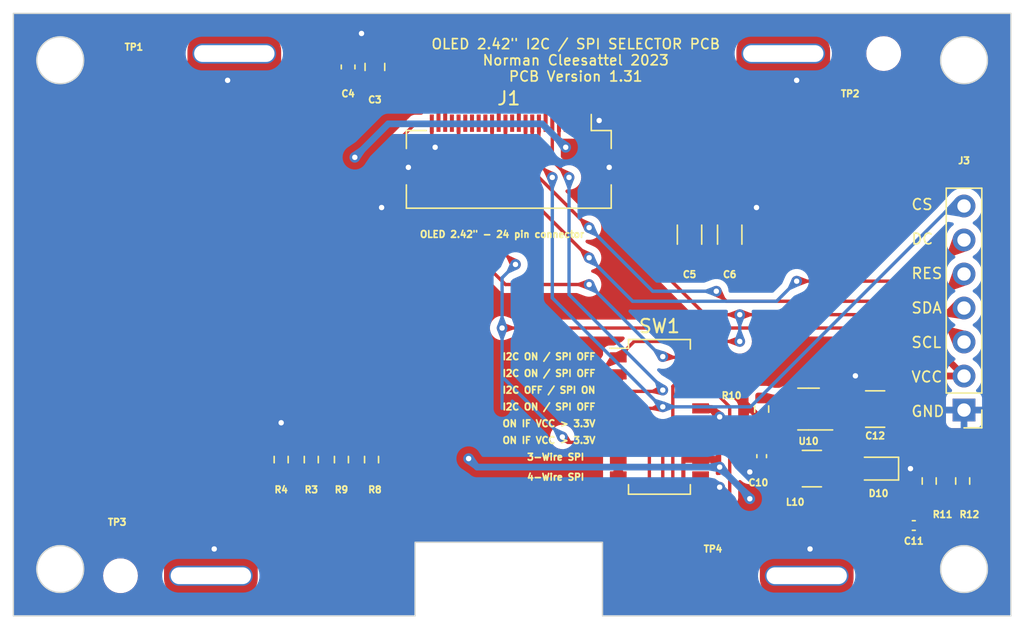
<source format=kicad_pcb>
(kicad_pcb (version 20221018) (generator pcbnew)
  (layers (0 "F.Cu" signal) (31 "B.Cu" signal) (34 "B.Paste" user) (35 "F.Paste" user) (36 "B.SilkS" user "B.Silkscreen") (37 "F.SilkS" user "F.Silkscreen") (38 "B.Mask" user) (39 "F.Mask" user) (44 "Edge.Cuts" user))
  (net 0 "")
  (net 1 "GND")
  (net 2 "Net-(U10-FB)")
  (net 3 "/RES")
  (net 4 "/SDA")
  (net 5 "/IREF")
  (net 6 "/VCOM")
  (net 7 "/VCC")
  (net 8 "/DC")
  (net 9 "/CS")
  (net 10 "/+13V")
  (net 11 "Net-(D10-A)")
  (net 13 "/BS1")
  (net 14 "/SCL")
  (net 15 "/D2")
  (net 16 "Net-(U10-EN)")
  (net 17 "/BS2")
  (net 18 "Net-(R3-Pad2)")
  (net 19 "Net-(R4-Pad1)")
  (net 20 "Net-(R8-Pad1)")
  (net 21 "Net-(R9-Pad1)")
  (footprint "Resistor_SMD:R_0603_1608Metric" (layer "F.Cu") (at 104.8875 58.55 90)
    (fp_text reference "R10" (at 1 -2.25 unlocked) (layer "F.SilkS") (effects (font (size 0.5 0.5) (thickness 0.125))))
    (fp_text value "10k")
    (fp_line (start -0.237258 -0.5225) (end 0.237258 -0.5225) (stroke (width 0.12)) (layer "F.SilkS"))
    (fp_line (start -0.237258 0.5225) (end 0.237258 0.5225) (stroke (width 0.12)) (layer "F.SilkS"))
    (pad "1" smd roundrect (at -0.825 0 90) (size 0.8 0.95) (layers "F.Cu" "F.Paste" "F.Mask") (net 7 "/VCC"))
    (pad "2" smd roundrect (at 0.825 0 90) (size 0.8 0.95) (layers "F.Cu" "F.Paste" "F.Mask") (net 16 "Net-(U10-EN)"))
  )
  (footprint "Capacitor_SMD:C_0402_1005Metric" (layer "F.Cu") (at 104.8875 62.07 -90)
    (fp_text reference "C10" (at 1.98 0.25 unlocked) (layer "F.SilkS") (effects (font (size 0.5 0.5) (thickness 0.125))))
    (fp_text value "4.7uF")
    (fp_line (start -0.107836 -0.36) (end 0.107836 -0.36) (stroke (width 0.12)) (layer "F.SilkS"))
    (fp_line (start -0.107836 0.36) (end 0.107836 0.36) (stroke (width 0.12)) (layer "F.SilkS"))
    (pad "1" smd roundrect (at -0.48 0 270) (size 0.56 0.62) (layers "F.Cu" "F.Paste" "F.Mask") (net 7 "/VCC"))
    (pad "2" smd roundrect (at 0.48 0 270) (size 0.56 0.62) (layers "F.Cu" "F.Paste" "F.Mask") (net 1 "GND"))
  )
  (footprint "OLED:OLED_slot" (layer "F.Cu") (at 106.5 32 180)
    (fp_text reference "TP2" (at -5 -3 unlocked) (layer "F.SilkS") (effects (font (size 0.5 0.5) (thickness 0.125))))
    (fp_text value "TestPoint")
    (pad "" smd roundrect (at 0 -1.016 180) (size 7 5) (layers "F.Cu" "F.Paste" "F.Mask") (net 1 "GND"))
    (pad "" np_thru_hole oval (at 0 0 180) (size 6.25 1.5) (drill oval 6 1.25) (layers "F&B.Cu" "*.Mask"))
  )
  (footprint "Capacitor_SMD:C_1206_3216Metric" (layer "F.Cu") (at 99.5 45.525 -90)
    (fp_text reference "C5" (at 2.975 0 unlocked) (layer "F.SilkS") (effects (font (size 0.5 0.5) (thickness 0.125))))
    (fp_text value "22uF")
    (fp_line (start -0.711252 -0.91) (end 0.711252 -0.91) (stroke (width 0.12)) (layer "F.SilkS"))
    (fp_line (start -0.711252 0.91) (end 0.711252 0.91) (stroke (width 0.12)) (layer "F.SilkS"))
    (pad "1" smd roundrect (at -1.475 0 270) (size 1.15 1.8) (layers "F.Cu" "F.Paste" "F.Mask") (roundrect_rratio 0.2173913043) (net 1 "GND"))
    (pad "2" smd roundrect (at 1.475 0 270) (size 1.15 1.8) (layers "F.Cu" "F.Paste" "F.Mask") (roundrect_rratio 0.2173913043) (net 6 "/VCOM"))
  )
  (footprint "Capacitor_SMD:C_0402_1005Metric" (layer "F.Cu") (at 116.25 67.25 180)
    (fp_text reference "C11" (at 0 -1.16 unlocked) (layer "F.SilkS") (effects (font (size 0.5 0.5) (thickness 0.125))))
    (fp_text value "560pF")
    (fp_line (start -0.107836 -0.36) (end 0.107836 -0.36) (stroke (width 0.12)) (layer "F.SilkS"))
    (fp_line (start -0.107836 0.36) (end 0.107836 0.36) (stroke (width 0.12)) (layer "F.SilkS"))
    (pad "1" smd roundrect (at -0.48 0 180) (size 0.56 0.62) (layers "F.Cu" "F.Paste" "F.Mask") (net 2 "Net-(U10-FB)"))
    (pad "2" smd roundrect (at 0.48 0 180) (size 0.56 0.62) (layers "F.Cu" "F.Paste" "F.Mask") (net 10 "/+13V"))
  )
  (footprint "Capacitor_SMD:C_0805_2012Metric" (layer "F.Cu") (at 76 33 90)
    (fp_text reference "C3" (at -2.45 0 unlocked) (layer "F.SilkS") (effects (font (size 0.5 0.5) (thickness 0.125))))
    (fp_text value "4.7uF")
    (fp_line (start -0.261252 -0.735) (end 0.261252 -0.735) (stroke (width 0.12)) (layer "F.SilkS"))
    (fp_line (start -0.261252 0.735) (end 0.261252 0.735) (stroke (width 0.12)) (layer "F.SilkS"))
    (pad "1" smd roundrect (at -0.95 0 90) (size 1 1.45) (layers "F.Cu" "F.Paste" "F.Mask") (net 7 "/VCC"))
    (pad "2" smd roundrect (at 0.95 0 90) (size 1 1.45) (layers "F.Cu" "F.Paste" "F.Mask") (net 1 "GND"))
  )
  (footprint "Capacitor_SMD:C_0603_1608Metric" (layer "F.Cu") (at 74 33 90)
    (fp_text reference "C4" (at -2 0 unlocked) (layer "F.SilkS") (effects (font (size 0.5 0.5) (thickness 0.125))))
    (fp_text value "0.1uF")
    (fp_line (start -0.14058 -0.51) (end 0.14058 -0.51) (stroke (width 0.12)) (layer "F.SilkS"))
    (fp_line (start -0.14058 0.51) (end 0.14058 0.51) (stroke (width 0.12)) (layer "F.SilkS"))
    (pad "1" smd roundrect (at -0.775 0 90) (size 0.9 0.95) (layers "F.Cu" "F.Paste" "F.Mask") (net 7 "/VCC"))
    (pad "2" smd roundrect (at 0.775 0 90) (size 0.9 0.95) (layers "F.Cu" "F.Paste" "F.Mask") (net 1 "GND"))
  )
  (footprint "Connector_PinHeader_2.54mm:PinHeader_1x07_P2.54mm_Vertical" (layer "F.Cu") (at 120 58.625 180)
    (fp_text reference "J3" (at 0 18.625 unlocked) (layer "F.SilkS") (effects (font (size 0.5 0.5) (thickness 0.125))))
    (fp_text value "Conn_01x07")
    (fp_line (start -1.33 -1.33) (end 0 -1.33) (stroke (width 0.12)) (layer "F.SilkS"))
    (fp_line (start -1.33 0) (end -1.33 -1.33) (stroke (width 0.12)) (layer "F.SilkS"))
    (fp_line (start -1.33 1.27) (end -1.33 16.57) (stroke (width 0.12)) (layer "F.SilkS"))
    (fp_line (start -1.33 1.27) (end 1.33 1.27) (stroke (width 0.12)) (layer "F.SilkS"))
    (fp_line (start -1.33 16.57) (end 1.33 16.57) (stroke (width 0.12)) (layer "F.SilkS"))
    (fp_line (start 1.33 1.27) (end 1.33 16.57) (stroke (width 0.12)) (layer "F.SilkS"))
    (pad "1" thru_hole rect (at 0 0 180) (size 1.7 1.7) (drill 1) (layers "*.Cu" "*.Mask") (net 1 "GND"))
    (pad "2" thru_hole oval (at 0 2.54 180) (size 1.7 1.7) (drill 1) (layers "*.Cu" "*.Mask") (net 7 "/VCC"))
    (pad "3" thru_hole oval (at 0 5.08 180) (size 1.7 1.7) (drill 1) (layers "*.Cu" "*.Mask") (net 14 "/SCL"))
    (pad "4" thru_hole oval (at 0 7.62 180) (size 1.7 1.7) (drill 1) (layers "*.Cu" "*.Mask") (net 4 "/SDA"))
    (pad "5" thru_hole oval (at 0 10.16 180) (size 1.7 1.7) (drill 1) (layers "*.Cu" "*.Mask") (net 3 "/RES"))
    (pad "6" thru_hole oval (at 0 12.7 180) (size 1.7 1.7) (drill 1) (layers "*.Cu" "*.Mask") (net 8 "/DC"))
    (pad "7" thru_hole oval (at 0 15.24 180) (size 1.7 1.7) (drill 1) (layers "*.Cu" "*.Mask") (net 9 "/CS"))
  )
  (footprint "Button_Switch_SMD:SW_DIP_SPSTx08_Slide_Omron_A6H-8101_W6.15mm_P1.27mm" (layer "F.Cu") (at 97.25 59.135)
    (fp_text reference "SW1" (at 0 -6.775) (layer "F.SilkS"))
    (fp_text value "SW_DIP_x08")
    (fp_line (start -3.7 -5.125) (end -2.309 -5.125) (stroke (width 0.12)) (layer "F.SilkS"))
    (fp_line (start -2.309 -5.775) (end -2.309 -5.125) (stroke (width 0.12)) (layer "F.SilkS"))
    (fp_line (start -2.309 -5.775) (end 2.31 -5.775) (stroke (width 0.12)) (layer "F.SilkS"))
    (fp_line (start -2.309 5.065) (end -2.309 5.775) (stroke (width 0.12)) (layer "F.SilkS"))
    (fp_line (start -2.309 5.775) (end 2.31 5.775) (stroke (width 0.12)) (layer "F.SilkS"))
    (fp_line (start 2.31 -5.775) (end 2.31 -5.065) (stroke (width 0.12)) (layer "F.SilkS"))
    (fp_line (start 2.31 5.065) (end 2.31 5.775) (stroke (width 0.12)) (layer "F.SilkS"))
    (pad "1" smd rect (at -3.075 -4.445) (size 1.25 0.76) (layers "F.Cu" "F.Paste" "F.Mask") (net 4 "/SDA"))
    (pad "2" smd rect (at -3.075 -3.175) (size 1.25 0.76) (layers "F.Cu" "F.Paste" "F.Mask") (net 13 "/BS1"))
    (pad "3" smd rect (at -3.075 -1.905) (size 1.25 0.76) (layers "F.Cu" "F.Paste" "F.Mask") (net 13 "/BS1"))
    (pad "4" smd rect (at -3.075 -0.635) (size 1.25 0.76) (layers "F.Cu" "F.Paste" "F.Mask") (net 9 "/CS"))
    (pad "5" smd rect (at -3.075 0.635) (size 1.25 0.76) (layers "F.Cu" "F.Paste" "F.Mask") (net 4 "/SDA"))
    (pad "6" smd rect (at -3.075 1.905) (size 1.25 0.76) (layers "F.Cu" "F.Paste" "F.Mask") (net 14 "/SCL"))
    (pad "7" smd rect (at -3.075 3.175) (size 1.25 0.76) (layers "F.Cu" "F.Paste" "F.Mask") (net 17 "/BS2"))
    (pad "8" smd rect (at -3.075 4.445) (size 1.25 0.76) (layers "F.Cu" "F.Paste" "F.Mask") (net 17 "/BS2"))
    (pad "9" smd rect (at 3.075 4.445) (size 1.25 0.76) (layers "F.Cu" "F.Paste" "F.Mask") (net 1 "GND"))
    (pad "10" smd rect (at 3.075 3.175) (size 1.25 0.76) (layers "F.Cu" "F.Paste" "F.Mask") (net 7 "/VCC"))
    (pad "11" smd rect (at 3.075 1.905) (size 1.25 0.76) (layers "F.Cu" "F.Paste" "F.Mask") (net 21 "Net-(R9-Pad1)"))
    (pad "12" smd rect (at 3.075 0.635) (size 1.25 0.76) (layers "F.Cu" "F.Paste" "F.Mask") (net 20 "Net-(R8-Pad1)"))
    (pad "13" smd rect (at 3.075 -0.635) (size 1.25 0.76) (layers "F.Cu" "F.Paste" "F.Mask") (net 1 "GND"))
    (pad "14" smd rect (at 3.075 -1.905) (size 1.25 0.76) (layers "F.Cu" "F.Paste" "F.Mask") (net 19 "Net-(R4-Pad1)"))
    (pad "15" smd rect (at 3.075 -3.175) (size 1.25 0.76) (layers "F.Cu" "F.Paste" "F.Mask") (net 18 "Net-(R3-Pad2)"))
    (pad "16" smd rect (at 3.075 -4.445) (size 1.25 0.76) (layers "F.Cu" "F.Paste" "F.Mask") (net 15 "/D2"))
  )
  (footprint "MountingHole:MountingHole_2.1mm" (layer "F.Cu") (at 57 71)
    (fp_text reference "REF**" hide)
    (fp_text value "MountingHole_2.1mm" hide)
    (pad "" np_thru_hole circle (at 0 0) (size 2.1 2.1) (drill 2.1) (layers "*.Cu" "*.Mask"))
  )
  (footprint "Resistor_SMD:R_0603_1608Metric" (layer "F.Cu") (at 71.25 62.325 -90)
    (fp_text reference "R3" (at 2.25 0 unlocked) (layer "F.SilkS") (effects (font (size 0.5 0.5) (thickness 0.125))))
    (fp_text value "4.7k")
    (fp_line (start -0.237258 -0.5225) (end 0.237258 -0.5225) (stroke (width 0.12)) (layer "F.SilkS"))
    (fp_line (start -0.237258 0.5225) (end 0.237258 0.5225) (stroke (width 0.12)) (layer "F.SilkS"))
    (pad "1" smd roundrect (at -0.825 0 270) (size 0.8 0.95) (layers "F.Cu" "F.Paste" "F.Mask") (net 7 "/VCC"))
    (pad "2" smd roundrect (at 0.825 0 270) (size 0.8 0.95) (layers "F.Cu" "F.Paste" "F.Mask") (net 18 "Net-(R3-Pad2)"))
  )
  (footprint "Resistor_SMD:R_0603_1608Metric" (layer "F.Cu") (at 117.4 63.925 90)
    (fp_text reference "R11" (at -2.5 1 unlocked) (layer "F.SilkS") (effects (font (size 0.5 0.5) (thickness 0.125))))
    (fp_text value "10k")
    (fp_line (start -0.237258 -0.5225) (end 0.237258 -0.5225) (stroke (width 0.12)) (layer "F.SilkS"))
    (fp_line (start -0.237258 0.5225) (end 0.237258 0.5225) (stroke (width 0.12)) (layer "F.SilkS"))
    (pad "1" smd roundrect (at -0.825 0 90) (size 0.8 0.95) (layers "F.Cu" "F.Paste" "F.Mask") (net 2 "Net-(U10-FB)"))
    (pad "2" smd roundrect (at 0.825 0 90) (size 0.8 0.95) (layers "F.Cu" "F.Paste" "F.Mask") (net 1 "GND"))
  )
  (footprint "Package_TO_SOT_SMD:SOT-23-5" (layer "F.Cu") (at 108.3875 58.55 180)
    (fp_text reference "U10" (at 0 -2.4 unlocked) (layer "F.SilkS") (effects (font (size 0.5 0.5) (thickness 0.125))))
    (fp_text value "LMR62421XMF")
    (fp_line (start 0 -1.56) (end -1.8 -1.56) (stroke (width 0.12)) (layer "F.SilkS"))
    (fp_line (start 0 -1.56) (end 0.8 -1.56) (stroke (width 0.12)) (layer "F.SilkS"))
    (fp_line (start 0 1.56) (end -0.8 1.56) (stroke (width 0.12)) (layer "F.SilkS"))
    (fp_line (start 0 1.56) (end 0.8 1.56) (stroke (width 0.12)) (layer "F.SilkS"))
    (pad "1" smd roundrect (at -1.1375 -0.95 180) (size 1.325 0.6) (layers "F.Cu" "F.Paste" "F.Mask") (net 11 "Net-(D10-A)"))
    (pad "2" smd roundrect (at -1.1375 0 180) (size 1.325 0.6) (layers "F.Cu" "F.Paste" "F.Mask") (net 1 "GND"))
    (pad "3" smd roundrect (at -1.1375 0.95 180) (size 1.325 0.6) (layers "F.Cu" "F.Paste" "F.Mask") (net 2 "Net-(U10-FB)"))
    (pad "4" smd roundrect (at 1.1375 0.95 180) (size 1.325 0.6) (layers "F.Cu" "F.Paste" "F.Mask") (net 16 "Net-(U10-EN)"))
    (pad "5" smd roundrect (at 1.1375 -0.95 180) (size 1.325 0.6) (layers "F.Cu" "F.Paste" "F.Mask") (net 7 "/VCC"))
  )
  (footprint "Resistor_SMD:R_0603_1608Metric" (layer "F.Cu") (at 73.5 62.325 90)
    (fp_text reference "R9" (at -2.25 0 unlocked) (layer "F.SilkS") (effects (font (size 0.5 0.5) (thickness 0.125))))
    (fp_text value "4.7k")
    (fp_line (start -0.237258 -0.5225) (end 0.237258 -0.5225) (stroke (width 0.12)) (layer "F.SilkS"))
    (fp_line (start -0.237258 0.5225) (end 0.237258 0.5225) (stroke (width 0.12)) (layer "F.SilkS"))
    (pad "1" smd roundrect (at -0.825 0 90) (size 0.8 0.95) (layers "F.Cu" "F.Paste" "F.Mask") (net 21 "Net-(R9-Pad1)"))
    (pad "2" smd roundrect (at 0.825 0 90) (size 0.8 0.95) (layers "F.Cu" "F.Paste" "F.Mask") (net 7 "/VCC"))
  )
  (footprint "Capacitor_SMD:C_1206_3216Metric" (layer "F.Cu") (at 102.5 45.525 -90)
    (fp_text reference "C6" (at 2.975 0 unlocked) (layer "F.SilkS") (effects (font (size 0.5 0.5) (thickness 0.125))))
    (fp_text value "22uF")
    (fp_line (start -0.711252 -0.91) (end 0.711252 -0.91) (stroke (width 0.12)) (layer "F.SilkS"))
    (fp_line (start -0.711252 0.91) (end 0.711252 0.91) (stroke (width 0.12)) (layer "F.SilkS"))
    (pad "1" smd roundrect (at -1.475 0 270) (size 1.15 1.8) (layers "F.Cu" "F.Paste" "F.Mask") (roundrect_rratio 0.2173913043) (net 1 "GND"))
    (pad "2" smd roundrect (at 1.475 0 270) (size 1.15 1.8) (layers "F.Cu" "F.Paste" "F.Mask") (roundrect_rratio 0.2173913043) (net 10 "/+13V"))
  )
  (footprint "OLED:OLED_slot" (layer "F.Cu") (at 108.25 71)
    (fp_text reference "TP4" (at -7 -2 unlocked) (layer "F.SilkS") (effects (font (size 0.5 0.5) (thickness 0.125))))
    (fp_text value "OLED_slot" hide)
    (pad "" np_thru_hole oval (at 0 0) (size 6.25 1.5) (drill oval 6 1.25) (layers "F&B.Cu" "*.Mask"))
    (pad "1" smd roundrect (at 0 -1.016) (size 7 5) (layers "F.Cu" "F.Paste" "F.Mask") (net 1 "GND"))
  )
  (footprint "OLED:OLED_slot" (layer "F.Cu") (at 63.75 71)
    (fp_text reference "TP3" (at -7 -4 unlocked) (layer "F.SilkS") (effects (font (size 0.5 0.5) (thickness 0.125))))
    (fp_text value "TestPoint")
    (pad "" smd roundrect (at 0 -1.016) (size 7 5) (layers "F.Cu" "F.Paste" "F.Mask") (net 1 "GND"))
    (pad "" np_thru_hole oval (at 0 0) (size 6.25 1.5) (drill oval 6 1.25) (layers "F&B.Cu" "*.Mask"))
  )
  (footprint "Capacitor_SMD:C_1210_3225Metric" (layer "F.Cu") (at 108.6375 63)
    (fp_text reference "L10" (at -1.25 2.5 unlocked) (layer "F.SilkS") (effects (font (size 0.5 0.5) (thickness 0.125))))
    (fp_text value "22uH")
    (fp_line (start -0.711252 -1.36) (end 0.711252 -1.36) (stroke (width 0.12)) (layer "F.SilkS"))
    (fp_line (start -0.711252 1.36) (end 0.711252 1.36) (stroke (width 0.12)) (layer "F.SilkS"))
    (pad "1" smd roundrect (at -1.475 0) (size 1.15 2.7) (layers "F.Cu" "F.Paste" "F.Mask") (roundrect_rratio 0.2173913043) (net 7 "/VCC"))
    (pad "2" smd roundrect (at 1.475 0) (size 1.15 2.7) (layers "F.Cu" "F.Paste" "F.Mask") (roundrect_rratio 0.2173913043) (net 11 "Net-(D10-A)"))
  )
  (footprint "MountingHole:MountingHole_2.1mm" (layer "F.Cu") (at 114 32)
    (fp_text reference "REF**" hide)
    (fp_text value "MountingHole_2.1mm" hide)
    (pad "" np_thru_hole circle (at 0 0) (size 2.1 2.1) (drill 2.1) (layers "F&B.Cu" "*.Mask"))
  )
  (footprint "OLED:OLED_slot" (layer "F.Cu") (at 65.5 32 180)
    (fp_text reference "TP1" (at 7.5 0.484 unlocked) (layer "F.SilkS") (effects (font (size 0.5 0.5) (thickness 0.125))))
    (fp_text value "TestPoint")
    (pad "" smd roundrect (at 0 -1.016 180) (size 7 5) (layers "F.Cu" "F.Paste" "F.Mask") (net 1 "GND"))
    (pad "" np_thru_hole oval (at 0 0 180) (size 6.25 1.5) (drill oval 6 1.25) (layers "F&B.Cu" "*.Mask"))
  )
  (footprint "Diode_SMD:D_SOD-323" (layer "F.Cu") (at 113.6125 63 180)
    (fp_text reference "D10" (at 0 -1.85 unlocked) (layer "F.SilkS") (effects (font (size 0.5 0.5) (thickness 0.125))))
    (fp_text value "D_Schottky")
    (fp_line (start -1.5 -0.85) (end -1.5 0.85) (stroke (width 0.12)) (layer "F.SilkS"))
    (fp_line (start -1.5 -0.85) (end 1.05 -0.85) (stroke (width 0.12)) (layer "F.SilkS"))
    (fp_line (start -1.5 0.85) (end 1.05 0.85) (stroke (width 0.12)) (layer "F.SilkS"))
    (pad "1" smd rect (at -1.05 0 180) (size 0.6 0.45) (layers "F.Cu" "F.Paste" "F.Mask") (net 10 "/+13V"))
    (pad "2" smd rect (at 1.05 0 180) (size 0.6 0.45) (layers "F.Cu" "F.Paste" "F.Mask") (net 11 "Net-(D10-A)"))
  )
  (footprint "Resistor_SMD:R_0603_1608Metric" (layer "F.Cu") (at 69 62.325 90)
    (fp_text reference "R4" (at -2.25 0 unlocked) (layer "F.SilkS") (effects (font (size 0.5 0.5) (thickness 0.125))))
    (fp_text value "4.7k")
    (fp_line (start -0.237258 -0.5225) (end 0.237258 -0.5225) (stroke (width 0.12)) (layer "F.SilkS"))
    (fp_line (start -0.237258 0.5225) (end 0.237258 0.5225) (stroke (width 0.12)) (layer "F.SilkS"))
    (pad "1" smd roundrect (at -0.825 0 90) (size 0.8 0.95) (layers "F.Cu" "F.Paste" "F.Mask") (net 19 "Net-(R4-Pad1)"))
    (pad "2" smd roundrect (at 0.825 0 90) (size 0.8 0.95) (layers "F.Cu" "F.Paste" "F.Mask") (net 1 "GND"))
  )
  (footprint "OLED:Hirose_FH12-24S-0.5SH_1x24-1MP_P0.50mm_Horizontal" (layer "F.Cu") (at 86 39.05)
    (fp_text reference "J1" (at 0 -3.7) (layer "F.SilkS"))
    (fp_text value "Conn_01x24")
    (fp_line (start -7.65 -1.3) (end -7.65 0.04) (stroke (width 0.12)) (layer "F.SilkS"))
    (fp_line (start -7.65 2.76) (end -7.65 4.5) (stroke (width 0.12)) (layer "F.SilkS"))
    (fp_line (start -7.65 4.5) (end 7.65 4.5) (stroke (width 0.12)) (layer "F.SilkS"))
    (fp_line (start -6.16 -1.3) (end -7.65 -1.3) (stroke (width 0.12)) (layer "F.SilkS"))
    (fp_line (start 6.16 -1.3) (end 6.16 -2.5) (stroke (width 0.12)) (layer "F.SilkS"))
    (fp_line (start 6.16 -1.3) (end 7.65 -1.3) (stroke (width 0.12)) (layer "F.SilkS"))
    (fp_line (start 7.65 -1.3) (end 7.65 0.04) (stroke (width 0.12)) (layer "F.SilkS"))
    (fp_line (start 7.65 4.5) (end 7.65 2.76) (stroke (width 0.12)) (layer "F.SilkS"))
    (pad "1" smd rect (at 5.75 -1.85) (size 0.3 1.3) (layers "F.Cu" "F.Paste" "F.Mask") (net 1 "GND"))
    (pad "2" smd rect (at 5.25 -1.85) (size 0.3 1.3) (layers "F.Cu" "F.Paste" "F.Mask") (net 1 "GND"))
    (pad "3" smd rect (at 4.75 -1.85) (size 0.3 1.3) (layers "F.Cu" "F.Paste" "F.Mask") (net 1 "GND"))
    (pad "4" smd rect (at 4.25 -1.85) (size 0.3 1.3) (layers "F.Cu" "F.Paste" "F.Mask"))
    (pad "5" smd rect (at 3.75 -1.85) (size 0.3 1.3) (layers "F.Cu" "F.Paste" "F.Mask") (net 7 "/VCC"))
    (pad "6" smd rect (at 3.25 -1.85) (size 0.3 1.3) (layers "F.Cu" "F.Paste" "F.Mask") (net 13 "/BS1"))
    (pad "7" smd rect (at 2.75 -1.85) (size 0.3 1.3) (layers "F.Cu" "F.Paste" "F.Mask") (net 1 "GND"))
    (pad "8" smd rect (at 2.25 -1.85) (size 0.3 1.3) (layers "F.Cu" "F.Paste" "F.Mask") (net 9 "/CS"))
    (pad "9" smd rect (at 1.75 -1.85) (size 0.3 1.3) (layers "F.Cu" "F.Paste" "F.Mask") (net 3 "/RES"))
    (pad "10" smd rect (at 1.25 -1.85) (size 0.3 1.3) (layers "F.Cu" "F.Paste" "F.Mask") (net 8 "/DC"))
    (pad "11" smd rect (at 0.75 -1.85) (size 0.3 1.3) (layers "F.Cu" "F.Paste" "F.Mask") (net 1 "GND"))
    (pad "12" smd rect (at 0.25 -1.85) (size 0.3 1.3) (layers "F.Cu" "F.Paste" "F.Mask") (net 1 "GND"))
    (pad "13" smd rect (at -0.25 -1.85) (size 0.3 1.3) (layers "F.Cu" "F.Paste" "F.Mask") (net 14 "/SCL"))
    (pad "14" smd rect (at -0.75 -1.85) (size 0.3 1.3) (layers "F.Cu" "F.Paste" "F.Mask") (net 4 "/SDA"))
    (pad "15" smd rect (at -1.25 -1.85) (size 0.3 1.3) (layers "F.Cu" "F.Paste" "F.Mask") (net 15 "/D2"))
    (pad "16" smd rect (at -1.75 -1.85) (size 0.3 1.3) (layers "F.Cu" "F.Paste" "F.Mask") (net 1 "GND"))
    (pad "17" smd rect (at -2.25 -1.85) (size 0.3 1.3) (layers "F.Cu" "F.Paste" "F.Mask") (net 1 "GND"))
    (pad "18" smd rect (at -2.75 -1.85) (size 0.3 1.3) (layers "F.Cu" "F.Paste" "F.Mask") (net 1 "GND"))
    (pad "19" smd rect (at -3.25 -1.85) (size 0.3 1.3) (layers "F.Cu" "F.Paste" "F.Mask") (net 1 "GND"))
    (pad "20" smd rect (at -3.75 -1.85) (size 0.3 1.3) (layers "F.Cu" "F.Paste" "F.Mask") (net 1 "GND"))
    (pad "21" smd rect (at -4.25 -1.85) (size 0.3 1.3) (layers "F.Cu" "F.Paste" "F.Mask") (net 5 "/IREF"))
    (pad "22" smd rect (at -4.75 -1.85) (size 0.3 1.3) (layers "F.Cu" "F.Paste" "F.Mask") (net 6 "/VCOM"))
    (pad "23" smd rect (at -5.25 -1.85) (size 0.3 1.3) (layers "F.Cu" "F.Paste" "F.Mask") (net 10 "/+13V"))
    (pad "24" smd rect (at -5.75 -1.85) (size 0.3 1.3) (layers "F.Cu" "F.Paste" "F.Mask") (net 1 "GND"))
    (pad "MP" smd rect (at -7.65 1.4) (size 1.8 2.2) (layers "F.Cu" "F.Paste" "F.Mask"))
    (pad "MP" smd rect (at 7.65 1.4) (size 1.8 2.2) (layers "F.Cu" "F.Paste" "F.Mask"))
  )
  (footprint "Resistor_SMD:R_0603_1608Metric" (layer "F.Cu") (at 119.9 63.925 -90)
    (fp_text reference "R12" (at 2.5 -0.5 unlocked) (layer "F.SilkS") (effects (font (size 0.5 0.5) (thickness 0.125))))
    (fp_text value "93.1k")
    (fp_line (start -0.237258 -0.5225) (end 0.237258 -0.5225) (stroke (width 0.12)) (layer "F.SilkS"))
    (fp_line (start -0.237258 0.5225) (end 0.237258 0.5225) (stroke (width 0.12)) (layer "F.SilkS"))
    (pad "1" smd roundrect (at -0.825 0 270) (size 0.8 0.95) (layers "F.Cu" "F.Paste" "F.Mask") (net 2 "Net-(U10-FB)"))
    (pad "2" smd roundrect (at 0.825 0 270) (size 0.8 0.95) (layers "F.Cu" "F.Paste" "F.Mask") (net 10 "/+13V"))
  )
  (footprint "Resistor_SMD:R_0603_1608Metric" (layer "F.Cu") (at 75.75 62.325 90)
    (fp_text reference "R8" (at -2.25 0.25 unlocked) (layer "F.SilkS") (effects (font (size 0.5 0.5) (thickness 0.125))))
    (fp_text value "4.7k")
    (fp_line (start -0.237258 -0.5225) (end 0.237258 -0.5225) (stroke (width 0.12)) (layer "F.SilkS"))
    (fp_line (start -0.237258 0.5225) (end 0.237258 0.5225) (stroke (width 0.12)) (layer "F.SilkS"))
    (pad "1" smd roundrect (at -0.825 0 90) (size 0.8 0.95) (layers "F.Cu" "F.Paste" "F.Mask") (net 20 "Net-(R8-Pad1)"))
    (pad "2" smd roundrect (at 0.825 0 90) (size 0.8 0.95) (layers "F.Cu" "F.Paste" "F.Mask") (net 7 "/VCC"))
  )
  (footprint "Capacitor_SMD:C_1210_3225Metric" (layer "F.Cu") (at 113.3625 58.55)
    (fp_text reference "C12" (at 0 2 unlocked) (layer "F.SilkS") (effects (font (size 0.5 0.5) (thickness 0.125))))
    (fp_text value "47uF")
    (fp_line (start -0.711252 -1.36) (end 0.711252 -1.36) (stroke (width 0.12)) (layer "F.SilkS"))
    (fp_line (start -0.711252 1.36) (end 0.711252 1.36) (stroke (width 0.12)) (layer "F.SilkS"))
    (pad "1" smd roundrect (at -1.475 0) (size 1.15 2.7) (layers "F.Cu" "F.Paste" "F.Mask") (roundrect_rratio 0.2173913043) (net 1 "GND"))
    (pad "2" smd roundrect (at 1.475 0) (size 1.15 2.7) (layers "F.Cu" "F.Paste" "F.Mask") (roundrect_rratio 0.2173913043) (net 10 "/+13V"))
  )
  (gr_poly (pts (xy 123.5 74) (xy 93 74) (xy 93 68.5) (xy 79 68.499944) (xy 79.000223 73.999944) (xy 49 74) (xy 49 60) (xy 49 44) (xy 49 29) (xy 123.5 29)) (stroke (width 0.1)) (fill none) (layer "Edge.Cuts"))
  (gr_circle (center 120 32.5) (end 121.75 32.5) (stroke (width 0.1)) (fill none) (layer "Edge.Cuts"))
  (gr_circle (center 52.5 70.5) (end 54.25 70.5) (stroke (width 0.1)) (fill none) (layer "Edge.Cuts"))
  (gr_circle (center 120 70.5) (end 121.75 70.5) (stroke (width 0.1)) (fill none) (layer "Edge.Cuts"))
  (gr_circle (center 52.5 32.5) (end 54.25 32.5) (stroke (width 0.1)) (fill none) (layer "Edge.Cuts"))
  (gr_text "ON IF VCC > 3.3V" (at 89 59.635) (layer "F.SilkS") (effects (font (size 0.5 0.5) (thickness 0.125))))
  (gr_text "I2C OFF / SPI ON" (at 89 57.135) (layer "F.SilkS") (effects (font (size 0.5 0.5) (thickness 0.125))))
  (gr_text "3-Wire SPI" (at 89.5 62.135) (layer "F.SilkS") (effects (font (size 0.5 0.5) (thickness 0.125))))
  (gr_text "CS\n\nDC\n\nRES\n\nSDA\n\nSCL\n\nVCC\n\nGND" (at 116 51) (layer "F.SilkS") (effects (font (size 0.8 0.8) (thickness 0.125)) (justify left)))
  (gr_text "I2C ON / SPI OFF" (at 89 54.635) (layer "F.SilkS") (effects (font (size 0.5 0.5) (thickness 0.125))))
  (gr_text "I2C ON / SPI OFF" (at 89 55.885) (layer "F.SilkS") (effects (font (size 0.5 0.5) (thickness 0.125))))
  (gr_text "I2C ON / SPI OFF" (at 89 58.385) (layer "F.SilkS") (effects (font (size 0.5 0.5) (thickness 0.125))))
  (gr_text "OLED 2.42{dblquote} - 24 pin connector" (at 85.5 45.5) (layer "F.SilkS") (effects (font (size 0.5 0.5) (thickness 0.125))))
  (gr_text "ON IF VCC > 3.3V" (at 89 60.885) (layer "F.SilkS") (effects (font (size 0.5 0.5) (thickness 0.125))))
  (gr_text "OLED 2.42{dblquote} I2C / SPI SELECTOR PCB\nNorman Cleesattel 2023\nPCB Version 1.31" (at 91 32.5) (layer "F.SilkS") (effects (font (size 0.75 0.75) (thickness 0.125))))
  (gr_text "4-Wire SPI" (at 89.5 63.635) (layer "F.SilkS") (effects (font (size 0.5 0.5) (thickness 0.125))))
  (segment (start 92.75 37) (end 91.95 37) (width 0.5) (layer "F.Cu") (net 1))
  (segment (start 109.525 58.55) (end 109.5255 58.55) (width 0.25) (layer "F.Cu") (net 1))
  (segment (start 69 61.5) (end 69 59.575) (width 0.5) (layer "F.Cu") (net 1))
  (segment (start 81.35 39) (end 80.5 39) (width 0.25) (layer "F.Cu") (net 1))
  (segment (start 88.75 36.3) (end 88.2 35.75) (width 0.25) (layer "F.Cu") (net 1))
  (segment (start 76 32.05) (end 76 31.5) (width 0.5) (layer "F.Cu") (net 1))
  (segment (start 80.25 37.2) (end 80.25 38.75) (width 0.25) (layer "F.Cu") (net 1))
  (segment (start 90.2 35.75) (end 89.3 35.75) (width 0.25) (layer "F.Cu") (net 1))
  (segment (start 87.3 35.75) (end 86.75 36.3) (width 0.25) (layer "F.Cu") (net 1))
  (segment (start 86.75 36.3) (end 86.75 37.2) (width 0.25) (layer "F.Cu") (net 1))
  (segment (start 117.3 63) (end 117.4 63.1) (width 0.5) (layer "F.Cu") (net 1))
  (segment (start 90.75 36.3) (end 90.2 35.75) (width 0.25) (layer "F.Cu") (net 1))
  (segment (start 104.7 62.55) (end 104 63.25) (width 0.5) (layer "F.Cu") (net 1))
  (segment (start 82.25 37.2) (end 84.25 37.2) (width 0.25) (layer "F.Cu") (net 1))
  (segment (start 111.8875 58.55) (end 111.8875 56.275) (width 0.5) (layer "F.Cu") (net 1))
  (segment (start 101.13 64.385) (end 100.325 63.58) (width 0.5) (layer "F.Cu") (net 1))
  (segment (start 88.2 35.75) (end 87.3 35.75) (width 0.25) (layer "F.Cu") (net 1))
  (segment (start 100.325 58.5) (end 101.115 58.5) (width 0.5) (layer "F.Cu") (net 1))
  (segment (start 91.75 37.2) (end 90.75 37.2) (width 0.25) (layer "F.Cu") (net 1))
  (segment (start 101.75 64.385) (end 101.13 64.385) (width 0.5) (layer "F.Cu") (net 1))
  (segment (start 103.95 44.05) (end 104.5 43.5) (width 0.25) (layer "F.Cu") (net 1))
  (segment (start 82.25 38.1) (end 81.35 39) (width 0.25) (layer "F.Cu") (net 1))
  (segment (start 116 63) (end 117.3 63) (width 0.5) (layer "F.Cu") (net 1))
  (segment (start 76.5 39.75) (end 76.5 43.5) (width 0.25) (layer "F.Cu") (net 1))
  (segment (start 102.5 44.05) (end 103.95 44.05) (width 0.25) (layer "F.Cu") (net 1))
  (segment (start 99.5 44.05) (end 102.5 44.05) (width 0.25) (layer "F.Cu") (net 1))
  (segment (start 82.25 37.2) (end 82.25 38.1) (width 0.25) (layer "F.Cu") (net 1))
  (segment (start 79.05 37.2) (end 76.5 39.75) (width 0.25) (layer "F.Cu") (net 1))
  (segment (start 86.75 37.2) (end 86.25 37.2) (width 0.25) (layer "F.Cu") (net 1))
  (segment (start 80.25 38.75) (end 80.5 39) (width 0.25) (layer "F.Cu") (net 1))
  (segment (start 90.75 37.2) (end 90.75 36.3) (width 0.25) (layer "F.Cu") (net 1))
  (segment (start 101.115 58.5) (end 101.75 59.135) (width 0.5) (layer "F.Cu") (net 1))
  (segment (start 76 31.5) (end 75 30.5) (width 0.5) (layer "F.Cu") (net 1))
  (segment (start 91.95 37) (end 91.75 37.2) (width 0.25) (layer "F.Cu") (net 1))
  (segment (start 111.8875 56.275) (end 111.8875 56.0699) (width 0.25) (layer "F.Cu") (net 1))
  (segment (start 80.25 37.2) (end 79.05 37.2) (width 0.25) (layer "F.Cu") (net 1))
  (segment (start 89.3 35.75) (end 88.75 36.3) (width 0.25) (layer "F.Cu") (net 1))
  (segment (start 74 31.5) (end 75 30.5) (width 0.5) (layer "F.Cu") (net 1))
  (segment (start 104.8875 62.55) (end 104.7 62.55) (width 0.5) (layer "F.Cu") (net 1))
  (segment (start 74 32.225) (end 74 31.5) (width 0.5) (layer "F.Cu") (net 1))
  (segment (start 109.5255 58.55) (end 111.8875 58.55) (width 0.5) (layer "F.Cu") (net 1))
  (segment (start 88.75 36.3) (end 88.75 37.2) (width 0.25) (layer "F.Cu") (net 1))
  (via (at 64 69) (size 0.8) (drill 0.4) (layers "F.Cu" "B.Cu") (net 1))
  (via (at 80.5 39) (size 0.8) (drill 0.4) (layers "F.Cu" "B.Cu") (net 1))
  (via (at 78.5 40.5) (size 0.8) (drill 0.4) (layers "F.Cu" "B.Cu") (net 1))
  (via (at 101.75 59.135) (size 0.8) (drill 0.4) (layers "F.Cu" "B.Cu") (net 1))
  (via (at 111.8875 56.0699) (size 0.8) (drill 0.4) (layers "F.Cu" "B.Cu") (net 1))
  (via (at 108.5 69) (size 0.8) (drill 0.4) (layers "F.Cu" "B.Cu") (net 1))
  (via (at 65 34) (size 0.8) (drill 0.4) (layers "F.Cu" "B.Cu") (net 1))
  (via (at 101.75 64.385) (size 0.8) (drill 0.4) (layers "F.Cu" "B.Cu") (net 1))
  (via (at 76.5 43.5) (size 0.8) (drill 0.4) (layers "F.Cu" "B.Cu") (net 1))
  (via (at 104.5 43.5) (size 0.8) (drill 0.4) (layers "F.Cu" "B.Cu") (net 1))
  (via (at 116 63) (size 0.8) (drill 0.4) (layers "F.Cu" "B.Cu") (net 1))
  (via (at 75 30.5) (size 0.8) (drill 0.4) (layers "F.Cu" "B.Cu") (net 1))
  (via (at 69 59.575) (size 0.8) (drill 0.4) (layers "F.Cu" "B.Cu") (net 1))
  (via (at 92.75 37) (size 0.8) (drill 0.4) (layers "F.Cu" "B.Cu") (net 1))
  (via (at 107.5 34) (size 0.8) (drill 0.4) (layers "F.Cu" "B.Cu") (net 1))
  (via (at 104 63.25) (size 0.8) (drill 0.4) (layers "F.Cu" "B.Cu") (net 1))
  (via (at 93.5 40.5) (size 0.8) (drill 0.4) (layers "F.Cu" "B.Cu") (net 1))
  (segment (start 115.73 68.25) (end 116.73 67.25) (width 0.25) (layer "F.Cu") (net 2))
  (segment (start 116.73 65.42) (end 117.4 64.75) (width 0.25) (layer "F.Cu") (net 2))
  (segment (start 117.4 64.75) (end 118.25 64.75) (width 0.5) (layer "F.Cu") (net 2))
  (segment (start 109.0391 57.6) (end 108.5125 58.1266) (width 0.25) (layer "F.Cu") (net 2))
  (segment (start 108.930749 64.965) (end 111.882982 64.965) (width 0.25) (layer "F.Cu") (net 2))
  (segment (start 108.5125 64.546751) (end 108.930749 64.965) (width 0.25) (layer "F.Cu") (net 2))
  (segment (start 118.25 64.75) (end 119.9 63.1) (width 0.5) (layer "F.Cu") (net 2))
  (segment (start 115.167982 68.25) (end 115.73 68.25) (width 0.25) (layer "F.Cu") (net 2))
  (segment (start 111.882982 64.965) (end 115.167982 68.25) (width 0.25) (layer "F.Cu") (net 2))
  (segment (start 109.525 57.6) (end 109.0391 57.6) (width 0.25) (layer "F.Cu") (net 2))
  (segment (start 108.5125 58.1266) (end 108.5125 64.546751) (width 0.25) (layer "F.Cu") (net 2))
  (segment (start 116.73 67.25) (end 116.73 65.42) (width 0.25) (layer "F.Cu") (net 2))
  (segment (start 117.965 50.5) (end 102.25 50.5) (width 0.25) (layer "F.Cu") (net 3))
  (segment (start 87.75 40.75) (end 92 45) (width 0.25) (layer "F.Cu") (net 3))
  (segment (start 102.25 50.5) (end 101.5 49.75) (width 0.25) (layer "F.Cu") (net 3))
  (segment (start 120 48.465) (end 117.965 50.5) (width 0.25) (layer "F.Cu") (net 3))
  (segment (start 87.75 37.2) (end 87.75 40.75) (width 0.25) (layer "F.Cu") (net 3))
  (via (at 92 45) (size 0.8) (drill 0.4) (layers "F.Cu" "B.Cu") (net 3))
  (via (at 101.5 49.75) (size 0.8) (drill 0.4) (layers "F.Cu" "B.Cu") (net 3))
  (segment (start 96.75 49.75) (end 101.5 49.75) (width 0.25) (layer "B.Cu") (net 3))
  (segment (start 92 45) (end 96.75 49.75) (width 0.25) (layer "B.Cu") (net 3))
  (segment (start 100.65749 51.5) (end 95.399501 46.242011) (width 0.25) (layer "F.Cu") (net 4))
  (segment (start 94.774501 34.899501) (end 86.350499 34.899501) (width 0.25) (layer "F.Cu") (net 4))
  (segment (start 95.399501 46.242011) (end 95.399501 35.524501) (width 0.25) (layer "F.Cu") (net 4))
  (segment (start 92.5 56.12) (end 93.93 54.69) (width 0.25) (layer "F.Cu") (net 4))
  (segment (start 120 51.005) (end 119.505 51.5) (width 0.25) (layer "F.Cu") (net 4))
  (segment (start 103.25 51.5) (end 100.65749 51.5) (width 0.25) (layer "F.Cu") (net 4))
  (segment (start 94.175 54.69) (end 95.365 53.5) (width 0.25) (layer "F.Cu") (net 4))
  (segment (start 93.93 54.69) (end 94.175 54.69) (width 0.25) (layer "F.Cu") (net 4))
  (segment (start 95.399501 35.524501) (end 94.774501 34.899501) (width 0.25) (layer "F.Cu") (net 4))
  (segment (start 95.365 53.5) (end 103.25 53.5) (width 0.25) (layer "F.Cu") (net 4))
  (segment (start 85.25 36) (end 85.25 37.2) (width 0.25) (layer "F.Cu") (net 4))
  (segment (start 93.635 59.77) (end 92.5 58.635) (width 0.25) (layer "F.Cu") (net 4))
  (segment (start 119.505 51.5) (end 103.25 51.5) (width 0.25) (layer "F.Cu") (net 4))
  (segment (start 86.350499 34.899501) (end 85.25 36) (width 0.25) (layer "F.Cu") (net 4))
  (segment (start 92.5 58.635) (end 92.5 56.12) (width 0.25) (layer "F.Cu") (net 4))
  (segment (start 94.175 59.77) (end 93.635 59.77) (width 0.25) (layer "F.Cu") (net 4))
  (via (at 103.25 51.5) (size 0.8) (drill 0.4) (layers "F.Cu" "B.Cu") (net 4))
  (via (at 103.25 53.5) (size 0.8) (drill 0.4) (layers "F.Cu" "B.Cu") (net 4))
  (segment (start 103.25 51.5) (end 103.25 53.5) (width 0.25) (layer "B.Cu") (net 4))
  (segment (start 84.1 33.5) (end 81.25 36.35) (width 0.25) (layer "F.Cu") (net 6))
  (segment (start 97 44.5) (end 97 35.5) (width 0.25) (layer "F.Cu") (net 6))
  (segment (start 99.5 47) (end 97 44.5) (width 0.25) (layer "F.Cu") (net 6))
  (segment (start 81.25 36.35) (end 81.25 37.2) (width 0.25) (layer "F.Cu") (net 6))
  (segment (start 95 33.5) (end 84.1 33.5) (width 0.25) (layer "F.Cu") (net 6))
  (segment (start 97 35.5) (end 95 33.5) (width 0.25) (layer "F.Cu") (net 6))
  (segment (start 89.75 37.2) (end 89.75 38.5) (width 0.25) (layer "F.Cu") (net 7))
  (segment (start 105.0125 59.5) (end 104.8875 59.375) (width 0.2) (layer "F.Cu") (net 7))
  (segment (start 106 54.5) (end 103.5 57) (width 0.5) (layer "F.Cu") (net 7))
  (segment (start 74 33.775) (end 75.825 33.775) (width 0.5) (layer "F.Cu") (net 7))
  (segment (start 104.8875 59.375) (end 104.8875 61.5205) (width 0.5) (layer "F.Cu") (net 7))
  (segment (start 75.825 33.775) (end 76 33.95) (width 0.5) (layer "F.Cu") (net 7))
  (segment (start 89.75 38.5) (end 90.25 39) (width 0.25) (layer "F.Cu") (net 7))
  (segment (start 107.25 59.5) (end 105.0125 59.5) (width 0.5) (layer "F.Cu") (net 7))
  (segment (start 120 56.085) (end 118.415 54.5) (width 0.5) (layer "F.Cu") (net 7))
  (segment (start 107.2495 59.5) (end 107.2495 63.9625) (width 0.5) (layer "F.Cu") (net 7))
  (segment (start 74.175 33.95) (end 74 33.775) (width 0.5) (layer "F.Cu") (net 7))
  (segment (start 118.415 54.5) (end 106 54.5) (width 0.5) (layer "F.Cu") (net 7))
  (segment (start 100.325 62.31) (end 101.175 62.31) (width 0.5) (layer "F.Cu") (net 7))
  (segment (start 103.5 57) (end 103.5 57.9875) (width 0.5) (layer "F.Cu") (net 7))
  (segment (start 101.175 62.31) (end 101.75 62.885) (width 0.5) (layer "F.Cu") (net 7))
  (segment (start 103.5 57.9875) (end 104.8875 59.375) (width 0.5) (layer "F.Cu") (net 7))
  (via (at 104 65.25) (size 0.8) (drill 0.4) (layers "F.Cu" "B.Cu") (net 7))
  (via (at 74.5 39.75) (size 0.8) (drill 0.4) (layers "F.Cu" "B.Cu") (net 7))
  (via (at 101.75 62.885) (size 0.8) (drill 0.4) (layers "F.Cu" "B.Cu") (net 7))
  (via (at 90.25 39) (size 0.8) (drill 0.4) (layers "F.Cu" "B.Cu") (net 7))
  (via (at 83 62.25) (size 0.8) (drill 0.4) (layers "F.Cu" "B.Cu") (net 7))
  (segment (start 88.5 37.25) (end 77 37.25) (width 0.5) (layer "B.Cu") (net 7))
  (segment (start 104 65.135) (end 104 65.25) (width 0.5) (layer "B.Cu") (net 7))
  (segment (start 101.75 62.885) (end 104 65.135) (width 0.5) (layer "B.Cu") (net 7))
  (segment (start 101.75 62.885) (end 83.635 62.885) (width 0.5) (layer "B.Cu") (net 7))
  (segment (start 77 37.25) (end 74.5 39.75) (width 0.5) (layer "B.Cu") (net 7))
  (segment (start 90.25 39) (end 88.5 37.25) (width 0.5) (layer "B.Cu") (net 7))
  (segment (start 83.635 62.885) (end 83 62.25) (width 0.5) (layer "B.Cu") (net 7))
  (segment (start 87.25 42.5) (end 87.25 37.2) (width 0.25) (layer "F.Cu") (net 8))
  (segment (start 116.925 49) (end 107.5 49) (width 0.25) (layer "F.Cu") (net 8))
  (segment (start 92 47.25) (end 87.25 42.5) (width 0.25) (layer "F.Cu") (net 8))
  (segment (start 120 45.925) (end 116.925 49) (width 0.25) (layer "F.Cu") (net 8))
  (via (at 107.5 49) (size 0.8) (drill 0.4) (layers "F.Cu" "B.Cu") (net 8))
  (via (at 92 47.25) (size 0.8) (drill 0.4) (layers "F.Cu" "B.Cu") (net 8))
  (segment (start 106 50.5) (end 95.25 50.5) (width 0.25) (layer "B.Cu") (net 8))
  (segment (start 95.25 50.5) (end 92 47.25) (width 0.25) (layer "B.Cu") (net 8))
  (segment (start 107.5 49) (end 106 50.5) (width 0.25) (layer "B.Cu") (net 8))
  (segment (start 97.385 58.5) (end 97.5 58.385) (width 0.25) (layer "F.Cu") (net 9))
  (segment (start 88.25 40.25) (end 89.25 41.25) (width 0.25) (layer "F.Cu") (net 9))
  (segment (start 88.25 37.2) (end 88.25 40.25) (width 0.25) (layer "F.Cu") (net 9))
  (segment (start 94.175 58.5) (end 97.385 58.5) (width 0.25) (layer "F.Cu") (net 9))
  (via (at 89.25 41.25) (size 0.8) (drill 0.4) (layers "F.Cu" "B.Cu") (net 9))
  (via (at 97.5 58.385) (size 0.8) (drill 0.4) (layers "F.Cu" "B.Cu") (net 9))
  (segment (start 119.0575 43.385) (end 104.0575 58.385) (width 0.25) (layer "B.Cu") (net 9))
  (segment (start 120 43.385) (end 119.0575 43.385) (width 0.25) (layer "B.Cu") (net 9))
  (segment (start 97.5 58.385) (end 97.385 58.385) (width 0.25) (layer "B.Cu") (net 9))
  (segment (start 89.25 50.25) (end 89.25 41.25) (width 0.25) (layer "B.Cu") (net 9))
  (segment (start 104.0575 58.385) (end 97.5 58.385) (width 0.25) (layer "B.Cu") (net 9))
  (segment (start 97.385 58.385) (end 89.25 50.25) (width 0.25) (layer "B.Cu") (net 9))
  (segment (start 114.825 61.5) (end 114.6625 61.3375) (width 0.5) (layer "F.Cu") (net 10))
  (segment (start 115.77 64.642965) (end 114.6625 63.535465) (width 0.5) (layer "F.Cu") (net 10))
  (segment (start 115.77 67.25) (end 115.77 64.642965) (width 0.5) (layer "F.Cu") (net 10))
  (segment (start 102.5 47) (end 107 42.5) (width 0.5) (layer "F.Cu") (net 10))
  (segment (start 122 61.5) (end 114.825 61.5) (width 0.5) (layer "F.Cu") (net 10))
  (segment (start 122 61.5) (end 122 41.5) (width 0.5) (layer "F.Cu") (net 10))
  (segment (start 98.25 41.25) (end 98.25 35.25) (width 0.25) (layer "F.Cu") (net 10))
  (segment (start 121 40.5) (end 109 40.5) (width 0.5) (layer "F.Cu") (net 10))
  (segment (start 114.6625 58.725) (end 114.6625 61.3375) (width 0.5) (layer "F.Cu") (net 10))
  (segment (start 80.75 35.25) (end 80.75 37.2) (width 0.25) (layer "F.Cu") (net 10))
  (segment (start 121.075 65.925) (end 122 65) (width 0.5) (layer "F.Cu") (net 10))
  (segment (start 122 65) (end 122 61.5) (width 0.5) (layer "F.Cu") (net 10))
  (segment (start 114.8375 58.55) (end 114.6625 58.725) (width 0.5) (layer "F.Cu") (net 10))
  (segment (start 107 42.5) (end 99.5 42.5) (width 0.25) (layer "F.Cu") (net 10))
  (segment (start 122 41.5) (end 121 40.5) (width 0.5) (layer "F.Cu") (net 10))
  (segment (start 119.9 64.75) (end 119.9 65.925) (width 0.5) (layer "F.Cu") (net 10))
  (segment (start 84 32) (end 80.75 35.25) (width 0.25) (layer "F.Cu") (net 10))
  (segment (start 95 32) (end 84 32) (width 0.25) (layer "F.Cu") (net 10))
  (segment (start 98.25 35.25) (end 95 32) (width 0.25) (layer "F.Cu") (net 10))
  (segment (start 109 40.5) (end 107 42.5) (width 0.5) (layer "F.Cu") (net 10))
  (segment (start 99.5 42.5) (end 98.25 41.25) (width 0.25) (layer "F.Cu") (net 10))
  (segment (start 119.9 65.925) (end 121.075 65.925) (width 0.5) (layer "F.Cu") (net 10))
  (segment (start 114.6625 61.3375) (end 114.6625 63) (width 0.5) (layer "F.Cu") (net 10))
  (segment (start 114.6625 63.535465) (end 114.6625 63) (width 0.5) (layer "F.Cu") (net 10))
  (segment (start 109.525 59.5) (end 110.1125 60.0875) (width 0.5) (layer "F.Cu") (net 11))
  (segment (start 110.3625 63) (end 112.5625 63) (width 0.5) (layer "F.Cu") (net 11))
  (segment (start 110.1125 60.0875) (end 110.1125 62.999998) (width 0.5) (layer "F.Cu") (net 11))
  (segment (start 89.25 40) (end 90.5 41.25) (width 0.25) (layer "F.Cu") (net 13))
  (segment (start 89.25 37.2) (end 89.25 40) (width 0.25) (layer "F.Cu") (net 13))
  (segment (start 97.5 57.135) (end 97.405 57.23) (width 0.25) (layer "F.Cu") (net 13))
  (segment (start 97.405 57.23) (end 94.175 57.23) (width 0.25) (layer "F.Cu") (net 13))
  (segment (start 94.175 57.23) (end 94.175 55.96) (width 0.25) (layer "F.Cu") (net 13))
  (via (at 97.5 57.135) (size 0.8) (drill 0.4) (layers "F.Cu" "B.Cu") (net 13))
  (via (at 90.5 41.25) (size 0.8) (drill 0.4) (layers "F.Cu" "B.Cu") (net 13))
  (segment (start 97.5 57) (end 90.5 50) (width 0.25) (layer "B.Cu") (net 13))
  (segment (start 97.5 57.135) (end 97.5 57) (width 0.25) (layer "B.Cu") (net 13))
  (segment (start 90.5 50) (end 90.5 41.25) (width 0.25) (layer "B.Cu") (net 13))
  (segment (start 94.175 61.04) (end 90.405 61.04) (width 0.25) (layer "F.Cu") (net 14))
  (segment (start 85.75 37.2) (end 85.75 47) (width 0.25) (layer "F.Cu") (net 14))
  (segment (start 120 53.545) (end 118.955 52.5) (width 0.25) (layer "F.Cu") (net 14))
  (segment (start 85.75 47) (end 86.5 47.75) (width 0.25) (layer "F.Cu") (net 14))
  (segment (start 118.955 52.5) (end 85.5 52.5) (width 0.25) (layer "F.Cu") (net 14))
  (segment (start 90.405 61.04) (end 90 60.635) (width 0.25) (layer "F.Cu") (net 14))
  (via (at 85.5 52.5) (size 0.8) (drill 0.4) (layers "F.Cu" "B.Cu") (net 14))
  (via (at 90 60.635) (size 0.8) (drill 0.4) (layers "F.Cu" "B.Cu") (net 14))
  (via (at 86.5 47.75) (size 0.8) (drill 0.4) (layers "F.Cu" "B.Cu") (net 14))
  (segment (start 90 60.635) (end 85.5 56.135) (width 0.25) (layer "B.Cu") (net 14))
  (segment (start 85.5 52.5) (end 85.5 48.75) (width 0.25) (layer "B.Cu") (net 14))
  (segment (start 85.5 58.5) (end 85.5 52.5) (width 0.25) (layer "B.Cu") (net 14))
  (segment (start 85.5 48.75) (end 86.5 47.75) (width 0.25) (layer "B.Cu") (net 14))
  (segment (start 97.5 54.635) (end 97.555 54.69) (width 0.25) (layer "F.Cu") (net 15))
  (segment (start 85.75 49.25) (end 84.75 48.25) (width 0.25) (layer "F.Cu") (net 15))
  (segment (start 97.555 54.69) (end 100.325 54.69) (width 0.25) (layer "F.Cu") (net 15))
  (segment (start 84.75 48.25) (end 84.75 37.2) (width 0.25) (layer "F.Cu") (net 15))
  (segment (start 92 49.25) (end 85.75 49.25) (width 0.25) (layer "F.Cu") (net 15))
  (via (at 97.5 54.635) (size 0.8) (drill 0.4) (layers "F.Cu" "B.Cu") (net 15))
  (via (at 92 49.25) (size 0.8) (drill 0.4) (layers "F.Cu" "B.Cu") (net 15))
  (segment (start 97.385 54.635) (end 92 49.25) (width 0.25) (layer "B.Cu") (net 15))
  (segment (start 97.5 54.635) (end 97.385 54.635) (width 0.25) (layer "B.Cu") (net 15))
  (segment (start 107.1255 57.725) (end 107.1875 57.6625) (width 0.25) (layer "F.Cu") (net 16))
  (segment (start 104.8875 57.725) (end 107.1255 57.725) (width 0.5) (layer "F.Cu") (net 16))
  (segment (start 107.1875 57.6625) (end 107.25 57.6) (width 0.25) (layer "F.Cu") (net 16))
  (segment (start 107.1875 57.6625) (end 107.2495 57.6) (width 0.25) (layer "F.Cu") (net 16))
  (segment (start 94.175 62.31) (end 94.175 63.58) (width 0.25) (layer "F.Cu") (net 17))
  (segment (start 96 64.635) (end 81.06 64.635) (width 0.25) (layer "F.Cu") (net 18))
  (segment (start 98.25 59.385) (end 96.5 61.135) (width 0.25) (layer "F.Cu") (net 18))
  (segment (start 98.25 56.8575) (end 98.25 59.385) (width 0.25) (layer "F.Cu") (net 18))
  (segment (start 81.06 64.635) (end 78.75 62.325) (width 0.25) (layer "F.Cu") (net 18))
  (segment (start 100.325 55.96) (end 99.1475 55.96) (width 0.25) (layer "F.Cu") (net 18))
  (segment (start 78.75 62.325) (end 72.075 62.325) (width 0.25) (layer "F.Cu") (net 18))
  (segment (start 99.1475 55.96) (end 98.25 56.8575) (width 0.25) (layer "F.Cu") (net 18))
  (segment (start 96.5 61.135) (end 96.5 64.135) (width 0.25) (layer "F.Cu") (net 18))
  (segment (start 72.075 62.325) (end 71.25 63.15) (width 0.25) (layer "F.Cu") (net 18))
  (segment (start 96.5 64.135) (end 96 64.635) (width 0.25) (layer "F.Cu") (net 18))
  (segment (start 102.5 65.135) (end 100.135 67.5) (width 0.25) (layer "F.Cu") (net 19))
  (segment (start 102.5 58.385) (end 102.5 65.135) (width 0.25) (layer "F.Cu") (net 19))
  (segment (start 100.135 67.5) (end 73.35 67.5) (width 0.25) (layer "F.Cu") (net 19))
  (segment (start 73.35 67.5) (end 69 63.15) (width 0.25) (layer "F.Cu") (net 19))
  (segment (start 99.79 57.23) (end 101.345 57.23) (width 0.25) (layer "F.Cu") (net 19))
  (segment (start 101.345 57.23) (end 102.5 58.385) (width 0.25) (layer "F.Cu") (net 19))
  (segment (start 97.5 64.25) (end 96.25 65.5) (width 0.25) (layer "F.Cu") (net 20))
  (segment (start 78.1 65.5) (end 75.75 63.15) (width 0.25) (layer "F.Cu") (net 20))
  (segment (start 99.115 59.77) (end 97.5 61.385) (width 0.25) (layer "F.Cu") (net 20))
  (segment (start 100.325 59.77) (end 99.115 59.77) (width 0.25) (layer "F.Cu") (net 20))
  (segment (start 97.5 61.385) (end 97.5 64.25) (width 0.25) (layer "F.Cu") (net 20))
  (segment (start 96.25 65.5) (end 78.1 65.5) (width 0.25) (layer "F.Cu") (net 20))
  (segment (start 100.325 61.04) (end 99.0875 61.04) (width 0.25) (layer "F.Cu") (net 21))
  (segment (start 98.25 64.635) (end 96.385 66.5) (width 0.25) (layer "F.Cu") (net 21))
  (segment (start 96.385 66.5) (end 76.85 66.5) (width 0.25) (layer "F.Cu") (net 21))
  (segment (start 98.25 61.8775) (end 98.25 64.635) (width 0.25) (layer "F.Cu") (net 21))
  (segment (start 76.85 66.5) (end 73.5 63.15) (width 0.25) (layer "F.Cu") (net 21))
  (segment (start 99.0875 61.04) (end 98.25 61.8775) (width 0.25) (layer "F.Cu") (net 21))
  (zone (net 7) (net_name "/VCC") (layer "F.Cu") (connect_pads (clearance 0.508)) (min_thickness 0.254) (fill yes (thermal_gap 0.508) (thermal_bridge_width 0.508))
    (polygon (pts (xy 124.5 75) (xy 48 75) (xy 48 28) (xy 124.5 28)))
  )
  (zone (net 1) (net_name "GND") (layer "B.Cu") (priority 1) (connect_pads (clearance 0.508)) (min_thickness 0.25) (fill yes (thermal_gap 0.5) (thermal_bridge_width 0.5))
    (polygon (pts (xy 48.5 28.5) (xy 48.5 74.5) (xy 124 74.5) (xy 124 28.5) (xy 122.5 28.5)))
  )
)
</source>
